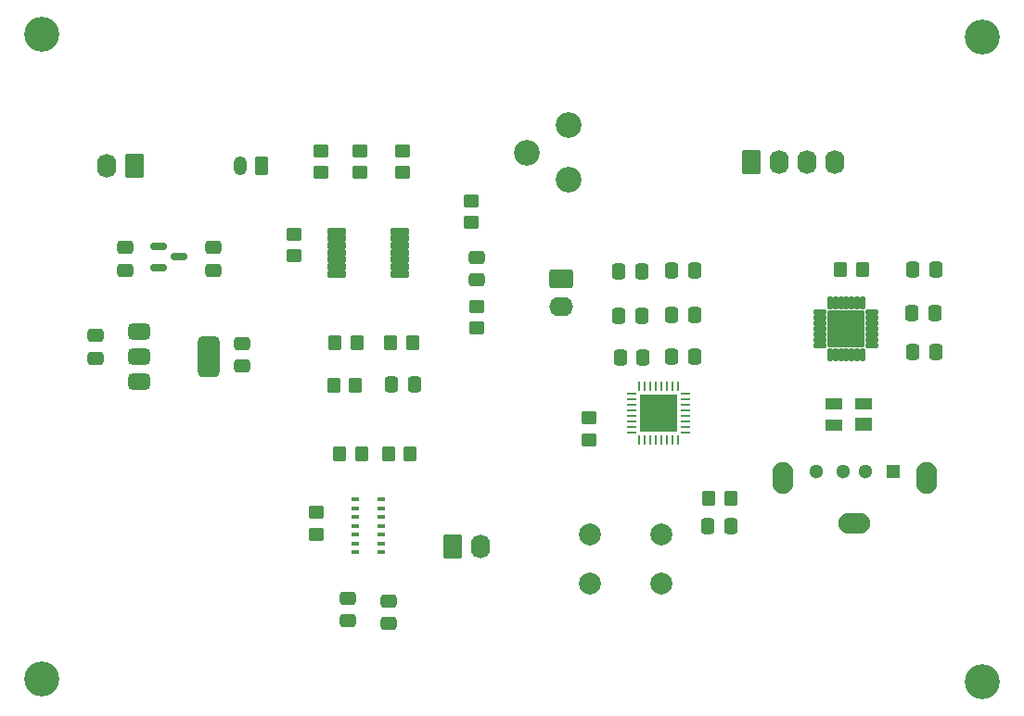
<source format=gbr>
%TF.GenerationSoftware,KiCad,Pcbnew,8.0.8*%
%TF.CreationDate,2025-04-07T15:17:30-05:00*%
%TF.ProjectId,finalproject,66696e61-6c70-4726-9f6a-6563742e6b69,rev?*%
%TF.SameCoordinates,Original*%
%TF.FileFunction,Soldermask,Top*%
%TF.FilePolarity,Negative*%
%FSLAX46Y46*%
G04 Gerber Fmt 4.6, Leading zero omitted, Abs format (unit mm)*
G04 Created by KiCad (PCBNEW 8.0.8) date 2025-04-07 15:17:30*
%MOMM*%
%LPD*%
G01*
G04 APERTURE LIST*
G04 Aperture macros list*
%AMRoundRect*
0 Rectangle with rounded corners*
0 $1 Rounding radius*
0 $2 $3 $4 $5 $6 $7 $8 $9 X,Y pos of 4 corners*
0 Add a 4 corners polygon primitive as box body*
4,1,4,$2,$3,$4,$5,$6,$7,$8,$9,$2,$3,0*
0 Add four circle primitives for the rounded corners*
1,1,$1+$1,$2,$3*
1,1,$1+$1,$4,$5*
1,1,$1+$1,$6,$7*
1,1,$1+$1,$8,$9*
0 Add four rect primitives between the rounded corners*
20,1,$1+$1,$2,$3,$4,$5,0*
20,1,$1+$1,$4,$5,$6,$7,0*
20,1,$1+$1,$6,$7,$8,$9,0*
20,1,$1+$1,$8,$9,$2,$3,0*%
G04 Aperture macros list end*
%ADD10C,0.010000*%
%ADD11RoundRect,0.250000X0.450000X-0.350000X0.450000X0.350000X-0.450000X0.350000X-0.450000X-0.350000X0*%
%ADD12RoundRect,0.250000X-0.450000X0.350000X-0.450000X-0.350000X0.450000X-0.350000X0.450000X0.350000X0*%
%ADD13RoundRect,0.375000X-0.625000X-0.375000X0.625000X-0.375000X0.625000X0.375000X-0.625000X0.375000X0*%
%ADD14RoundRect,0.500000X-0.500000X-1.400000X0.500000X-1.400000X0.500000X1.400000X-0.500000X1.400000X0*%
%ADD15RoundRect,0.250000X-0.350000X-0.450000X0.350000X-0.450000X0.350000X0.450000X-0.350000X0.450000X0*%
%ADD16RoundRect,0.250000X-0.337500X-0.475000X0.337500X-0.475000X0.337500X0.475000X-0.337500X0.475000X0*%
%ADD17RoundRect,0.250000X-0.620000X-0.845000X0.620000X-0.845000X0.620000X0.845000X-0.620000X0.845000X0*%
%ADD18O,1.740000X2.190000*%
%ADD19RoundRect,0.250000X-0.475000X0.337500X-0.475000X-0.337500X0.475000X-0.337500X0.475000X0.337500X0*%
%ADD20C,3.200000*%
%ADD21RoundRect,0.058000X0.174000X-0.529000X0.174000X0.529000X-0.174000X0.529000X-0.174000X-0.529000X0*%
%ADD22RoundRect,0.058000X0.529000X-0.174000X0.529000X0.174000X-0.529000X0.174000X-0.529000X-0.174000X0*%
%ADD23RoundRect,0.102000X1.575000X-1.575000X1.575000X1.575000X-1.575000X1.575000X-1.575000X-1.575000X0*%
%ADD24RoundRect,0.250000X0.337500X0.475000X-0.337500X0.475000X-0.337500X-0.475000X0.337500X-0.475000X0*%
%ADD25RoundRect,0.250000X0.350000X0.450000X-0.350000X0.450000X-0.350000X-0.450000X0.350000X-0.450000X0*%
%ADD26RoundRect,0.250000X0.620000X0.845000X-0.620000X0.845000X-0.620000X-0.845000X0.620000X-0.845000X0*%
%ADD27RoundRect,0.150000X-0.587500X-0.150000X0.587500X-0.150000X0.587500X0.150000X-0.587500X0.150000X0*%
%ADD28RoundRect,0.087500X0.287500X0.087500X-0.287500X0.087500X-0.287500X-0.087500X0.287500X-0.087500X0*%
%ADD29R,1.300000X1.300000*%
%ADD30C,1.300000*%
%ADD31O,1.900000X2.900000*%
%ADD32O,2.900000X1.900000*%
%ADD33RoundRect,0.250000X-0.845000X0.620000X-0.845000X-0.620000X0.845000X-0.620000X0.845000X0.620000X0*%
%ADD34O,2.190000X1.740000*%
%ADD35RoundRect,0.250000X0.475000X-0.337500X0.475000X0.337500X-0.475000X0.337500X-0.475000X-0.337500X0*%
%ADD36C,2.000000*%
%ADD37RoundRect,0.062500X0.375000X0.062500X-0.375000X0.062500X-0.375000X-0.062500X0.375000X-0.062500X0*%
%ADD38RoundRect,0.062500X0.062500X0.375000X-0.062500X0.375000X-0.062500X-0.375000X0.062500X-0.375000X0*%
%ADD39R,3.450000X3.450000*%
%ADD40C,2.340000*%
%ADD41RoundRect,0.250000X0.350000X0.625000X-0.350000X0.625000X-0.350000X-0.625000X0.350000X-0.625000X0*%
%ADD42O,1.200000X1.750000*%
%ADD43RoundRect,0.102000X0.785000X0.205000X-0.785000X0.205000X-0.785000X-0.205000X0.785000X-0.205000X0*%
G04 APERTURE END LIST*
D10*
%TO.C,U1*%
X145352226Y-96082500D02*
X143953000Y-96082500D01*
X143953000Y-95180820D01*
X145352226Y-95180820D01*
X145352226Y-96082500D01*
G36*
X145352226Y-96082500D02*
G01*
X143953000Y-96082500D01*
X143953000Y-95180820D01*
X145352226Y-95180820D01*
X145352226Y-96082500D01*
G37*
X145352509Y-98002500D02*
X143953000Y-98002500D01*
X143953000Y-97102885D01*
X145352509Y-97102885D01*
X145352509Y-98002500D01*
G36*
X145352509Y-98002500D02*
G01*
X143953000Y-98002500D01*
X143953000Y-97102885D01*
X145352509Y-97102885D01*
X145352509Y-98002500D01*
G37*
X148054020Y-98002500D02*
X146653000Y-98002500D01*
X146653000Y-96902655D01*
X148054020Y-96902655D01*
X148054020Y-98002500D01*
G36*
X148054020Y-98002500D02*
G01*
X146653000Y-98002500D01*
X146653000Y-96902655D01*
X148054020Y-96902655D01*
X148054020Y-98002500D01*
G37*
X148055300Y-96082500D02*
X146653000Y-96082500D01*
X146653000Y-95180920D01*
X148055300Y-95180920D01*
X148055300Y-96082500D01*
G36*
X148055300Y-96082500D02*
G01*
X146653000Y-96082500D01*
X146653000Y-95180920D01*
X148055300Y-95180920D01*
X148055300Y-96082500D01*
G37*
%TD*%
D11*
%TO.C,R4*%
X101409000Y-74533000D03*
X101409000Y-72533000D03*
%TD*%
D12*
%TO.C,R6*%
X97853000Y-72533000D03*
X97853000Y-74533000D03*
%TD*%
D13*
%TO.C,3.3V_1.8V1*%
X81294000Y-89013000D03*
X81294000Y-91313000D03*
D14*
X87594000Y-91313000D03*
D13*
X81294000Y-93613000D03*
%TD*%
D11*
%TO.C,R14*%
X97409000Y-107594000D03*
X97409000Y-105594000D03*
%TD*%
D15*
%TO.C,R2*%
X99568000Y-100203000D03*
X101568000Y-100203000D03*
%TD*%
D16*
%TO.C,C7*%
X125073500Y-87651500D03*
X127148500Y-87651500D03*
%TD*%
D17*
%TO.C,TEST1*%
X137160000Y-73534500D03*
D18*
X139700000Y-73534500D03*
X142240000Y-73534500D03*
X144780000Y-73534500D03*
%TD*%
D12*
%TO.C,R16*%
X122301000Y-96938500D03*
X122301000Y-98938500D03*
%TD*%
D19*
%TO.C,C1*%
X104013000Y-113668500D03*
X104013000Y-115743500D03*
%TD*%
D20*
%TO.C,H2*%
X158242000Y-62103000D03*
%TD*%
D21*
%TO.C,UART-TO-USB1*%
X144320000Y-91187500D03*
X144820000Y-91187500D03*
X145320000Y-91187500D03*
X145820000Y-91187500D03*
X146320000Y-91187500D03*
X146820000Y-91187500D03*
X147320000Y-91187500D03*
D22*
X148190000Y-90317500D03*
X148190000Y-89817500D03*
X148190000Y-89317500D03*
X148190000Y-88817500D03*
X148190000Y-88317500D03*
X148190000Y-87817500D03*
X148190000Y-87317500D03*
D21*
X147320000Y-86447500D03*
X146820000Y-86447500D03*
X146320000Y-86447500D03*
X145820000Y-86447500D03*
X145320000Y-86447500D03*
X144820000Y-86447500D03*
X144320000Y-86447500D03*
D22*
X143450000Y-87317500D03*
X143450000Y-87817500D03*
X143450000Y-88317500D03*
X143450000Y-88817500D03*
X143450000Y-89317500D03*
X143450000Y-89817500D03*
X143450000Y-90317500D03*
D23*
X145820000Y-88817500D03*
%TD*%
D24*
%TO.C,C3*%
X106383500Y-93853000D03*
X104308500Y-93853000D03*
%TD*%
D16*
%TO.C,C9*%
X151810500Y-87336500D03*
X153885500Y-87336500D03*
%TD*%
D25*
%TO.C,R10*%
X101123000Y-90043000D03*
X99123000Y-90043000D03*
%TD*%
D15*
%TO.C,R1*%
X104013000Y-100203000D03*
X106013000Y-100203000D03*
%TD*%
D26*
%TO.C,Vin1*%
X80867000Y-73914000D03*
D18*
X78327000Y-73914000D03*
%TD*%
D11*
%TO.C,R12*%
X112077000Y-88757000D03*
X112077000Y-86757000D03*
%TD*%
D27*
%TO.C,5V_3.3V1*%
X83058000Y-81280000D03*
X83058000Y-83180000D03*
X84933000Y-82230000D03*
%TD*%
D28*
%TO.C,HEART1*%
X103378000Y-109207000D03*
X103378000Y-108407000D03*
X103378000Y-107607000D03*
X103378000Y-106807000D03*
X103378000Y-106007000D03*
X103378000Y-105207000D03*
X103378000Y-104407000D03*
X100978000Y-104407000D03*
X100978000Y-105207000D03*
X100978000Y-106007000D03*
X100978000Y-106807000D03*
X100978000Y-107607000D03*
X100978000Y-108407000D03*
X100978000Y-109207000D03*
%TD*%
D16*
%TO.C,C11*%
X125200500Y-91461500D03*
X127275500Y-91461500D03*
%TD*%
D12*
%TO.C,R5*%
X105346000Y-72533000D03*
X105346000Y-74533000D03*
%TD*%
D29*
%TO.C,USB1*%
X150058000Y-101842500D03*
D30*
X147558000Y-101842500D03*
X145558000Y-101842500D03*
X143058000Y-101842500D03*
D31*
X153128000Y-102442500D03*
D32*
X146558000Y-106622500D03*
D31*
X139988000Y-102442500D03*
%TD*%
D33*
%TO.C,SIG1*%
X119824000Y-84201000D03*
D34*
X119824000Y-86741000D03*
%TD*%
D35*
%TO.C,C14*%
X80010000Y-83460500D03*
X80010000Y-81385500D03*
%TD*%
D19*
%TO.C,C15*%
X88011000Y-81385500D03*
X88011000Y-83460500D03*
%TD*%
D16*
%TO.C,C5*%
X125073500Y-83587500D03*
X127148500Y-83587500D03*
%TD*%
%TO.C,C18*%
X151892000Y-83399500D03*
X153967000Y-83399500D03*
%TD*%
D19*
%TO.C,C2*%
X100330000Y-113436000D03*
X100330000Y-115511000D03*
%TD*%
D16*
%TO.C,C12*%
X129899500Y-91334500D03*
X131974500Y-91334500D03*
%TD*%
D12*
%TO.C,R8*%
X111569000Y-77105000D03*
X111569000Y-79105000D03*
%TD*%
D36*
%TO.C,SW1*%
X128928000Y-112069000D03*
X122428000Y-112069000D03*
X128928000Y-107569000D03*
X122428000Y-107569000D03*
%TD*%
D37*
%TO.C,MCU1*%
X131108500Y-98267000D03*
X131108500Y-97767000D03*
X131108500Y-97267000D03*
X131108500Y-96767000D03*
X131108500Y-96267000D03*
X131108500Y-95767000D03*
X131108500Y-95267000D03*
X131108500Y-94767000D03*
D38*
X130421000Y-94079500D03*
X129921000Y-94079500D03*
X129421000Y-94079500D03*
X128921000Y-94079500D03*
X128421000Y-94079500D03*
X127921000Y-94079500D03*
X127421000Y-94079500D03*
X126921000Y-94079500D03*
D37*
X126233500Y-94767000D03*
X126233500Y-95267000D03*
X126233500Y-95767000D03*
X126233500Y-96267000D03*
X126233500Y-96767000D03*
X126233500Y-97267000D03*
X126233500Y-97767000D03*
X126233500Y-98267000D03*
D38*
X126921000Y-98954500D03*
X127421000Y-98954500D03*
X127921000Y-98954500D03*
X128421000Y-98954500D03*
X128921000Y-98954500D03*
X129421000Y-98954500D03*
X129921000Y-98954500D03*
X130421000Y-98954500D03*
D39*
X128671000Y-96517000D03*
%TD*%
D24*
%TO.C,C13*%
X135276500Y-106876500D03*
X133201500Y-106876500D03*
%TD*%
D20*
%TO.C,H3*%
X72390000Y-120777000D03*
%TD*%
D16*
%TO.C,C8*%
X151892000Y-90959500D03*
X153967000Y-90959500D03*
%TD*%
D20*
%TO.C,H4*%
X158242000Y-121031000D03*
%TD*%
D24*
%TO.C,C6*%
X131974500Y-83460500D03*
X129899500Y-83460500D03*
%TD*%
D25*
%TO.C,R15*%
X147304000Y-83399500D03*
X145304000Y-83399500D03*
%TD*%
D17*
%TO.C,HEARTOUT1*%
X109921501Y-108721500D03*
D18*
X112461501Y-108721500D03*
%TD*%
D20*
%TO.C,H1*%
X72390000Y-61849000D03*
%TD*%
D25*
%TO.C,R3*%
X106219000Y-90043000D03*
X104219000Y-90043000D03*
%TD*%
D40*
%TO.C,R17*%
X120459000Y-75184000D03*
X116659000Y-72684000D03*
X120459000Y-70184000D03*
%TD*%
D16*
%TO.C,C10*%
X129899500Y-87524500D03*
X131974500Y-87524500D03*
%TD*%
D19*
%TO.C,C17*%
X90642000Y-90127000D03*
X90642000Y-92202000D03*
%TD*%
D35*
%TO.C,C4*%
X112077000Y-84349500D03*
X112077000Y-82274500D03*
%TD*%
D12*
%TO.C,R9*%
X95440000Y-82153000D03*
X95440000Y-80153000D03*
%TD*%
D15*
%TO.C,R13*%
X133239000Y-104268500D03*
X135239000Y-104268500D03*
%TD*%
D35*
%TO.C,C16*%
X77307000Y-91483000D03*
X77307000Y-89408000D03*
%TD*%
D41*
%TO.C,GSR_IN1*%
X92456000Y-73914000D03*
D42*
X90456000Y-73914000D03*
%TD*%
D25*
%TO.C,R11*%
X101012000Y-93980000D03*
X99012000Y-93980000D03*
%TD*%
D43*
%TO.C,U2*%
X99320000Y-83789000D03*
X99320000Y-83139000D03*
X99320000Y-82489000D03*
X99320000Y-81839000D03*
X99320000Y-81189000D03*
X99320000Y-80539000D03*
X99320000Y-79889000D03*
X105060000Y-79889000D03*
X105060000Y-80539000D03*
X105060000Y-81189000D03*
X105060000Y-81839000D03*
X105060000Y-82489000D03*
X105060000Y-83139000D03*
X105060000Y-83789000D03*
%TD*%
M02*

</source>
